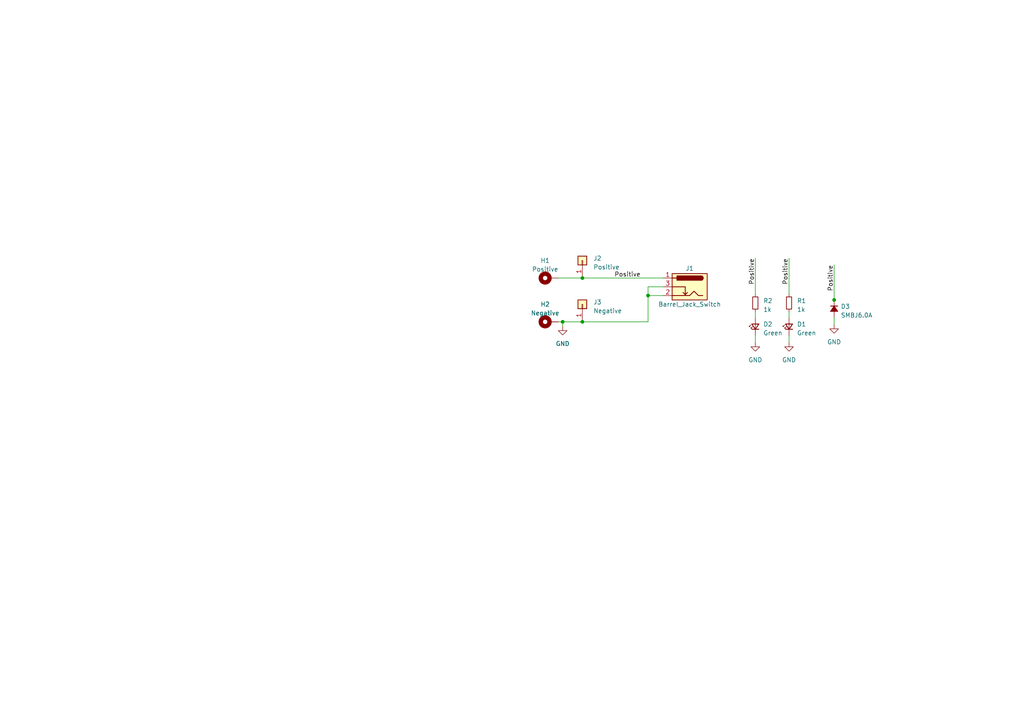
<source format=kicad_sch>
(kicad_sch (version 20231120) (generator "eeschema") (generator_version "8.0")
  (paper "A4")
  (title_block (title "Banana-to-usb adapter") (rev "2") (company "baldengineer.com"))
  (lib_symbols
    (symbol "Connector:Barrel_Jack_Switch" (pin_names hide)
      (property "Reference" "J" (at 0 5.334 0))
      (property "Value" "Barrel_Jack_Switch" (at 0 -5.08 0))
      (symbol "Barrel_Jack_Switch_0_1"
        (rectangle (start -5.08 3.81) (end 5.08 -3.81) (stroke (width 0.254)) (fill (type background)))
        (arc (start -3.302 3.175) (mid -3.9343 2.54) (end -3.302 1.905) (stroke (width 0.254)))
        (arc (start -3.302 3.175) (mid -3.9343 2.54) (end -3.302 1.905) (stroke (width 0.254)) (fill (type outline)))
        (polyline (pts (xy 1.27 -2.286) (xy 1.905 -1.651)) (stroke (width 0.254)))
        (polyline (pts (xy 5.08 2.54) (xy 3.81 2.54)) (stroke (width 0.254)))
        (polyline (pts (xy 5.08 0) (xy 1.27 0) (xy 1.27 -2.286) (xy 0.635 -1.651)) (stroke (width 0.254)))
        (polyline (pts (xy -3.81 -2.54) (xy -2.54 -2.54) (xy -1.27 -1.27) (xy 0 -2.54) (xy 2.54 -2.54) (xy 5.08 -2.54)) (stroke (width 0.254)))
        (rectangle (start 3.683 3.175) (end -3.302 1.905) (stroke (width 0.254)) (fill (type outline)))
      )
      (symbol "Barrel_Jack_Switch_1_1"
        (pin passive line (at 7.62 2.54 180) (length 2.54) (name "~") (number "1"))
        (pin passive line (at 7.62 -2.54 180) (length 2.54) (name "~") (number "2"))
        (pin passive line (at 7.62 0 180) (length 2.54) (name "~") (number "3"))
      )
    )
    (symbol "Connector_Generic:Conn_01x01" (pin_names (offset 1.016) hide)
      (property "Reference" "J" (at 0 2.54 0))
      (property "Value" "Conn_01x01" (at 0 -2.54 0))
      (symbol "Conn_01x01_1_1"
        (rectangle (start -1.27 0.127) (end 0 -0.127) (stroke (width 0.1524)))
        (rectangle (start -1.27 1.27) (end 1.27 -1.27) (stroke (width 0.254)) (fill (type background)))
        (pin passive line (at -5.08 0 0) (length 3.81) (name "Pin_1") (number "1"))
      )
    )
    (symbol "Device:D_Small_Filled" (pin_numbers hide) (pin_names (offset 0.254) hide)
      (property "Reference" "D" (at -1.27 2.032 0))
      (property "Value" "D_Small_Filled" (at -3.81 -2.032 0))
      (symbol "D_Small_Filled_0_1"
        (polyline (pts (xy -0.762 -1.016) (xy -0.762 1.016)) (stroke (width 0.254)))
        (polyline (pts (xy -0.762 0) (xy 0.762 0)))
        (polyline (pts (xy 0.762 -1.016) (xy -0.762 0) (xy 0.762 1.016) (xy 0.762 -1.016)) (stroke (width 0.254)) (fill (type outline)))
      )
      (symbol "D_Small_Filled_1_1"
        (pin passive line (at -2.54 0 0) (length 1.778) (name "K") (number "1"))
        (pin passive line (at 2.54 0 180) (length 1.778) (name "A") (number "2"))
      )
    )
    (symbol "Device:LED_Small" (pin_numbers hide) (pin_names (offset 0.254) hide)
      (property "Reference" "D" (at -1.27 3.175 0))
      (property "Value" "LED_Small" (at -4.445 -2.54 0))
      (symbol "LED_Small_0_1"
        (polyline (pts (xy -0.762 -1.016) (xy -0.762 1.016)) (stroke (width 0.254)))
        (polyline (pts (xy 1.016 0) (xy -0.762 0)))
        (polyline (pts (xy 0.762 -1.016) (xy -0.762 0) (xy 0.762 1.016) (xy 0.762 -1.016)) (stroke (width 0.254)))
        (polyline (pts (xy 0 0.762) (xy -0.508 1.27) (xy -0.254 1.27) (xy -0.508 1.27) (xy -0.508 1.016)))
        (polyline (pts (xy 0.508 1.27) (xy 0 1.778) (xy 0.254 1.778) (xy 0 1.778) (xy 0 1.524)))
      )
      (symbol "LED_Small_1_1"
        (pin passive line (at -2.54 0 0) (length 1.778) (name "K") (number "1"))
        (pin passive line (at 2.54 0 180) (length 1.778) (name "A") (number "2"))
      )
    )
    (symbol "Device:R_Small" (pin_numbers hide) (pin_names (offset 0.254) hide)
      (property "Reference" "R" (at 0.762 0.508 0))
      (property "Value" "R_Small" (at 0.762 -1.016 0))
      (symbol "R_Small_0_1"
        (rectangle (start -0.762 1.778) (end 0.762 -1.778) (stroke (width 0.2032)))
      )
      (symbol "R_Small_1_1"
        (pin passive line (at 0 2.54 270) (length 0.762) (name "~") (number "1"))
        (pin passive line (at 0 -2.54 90) (length 0.762) (name "~") (number "2"))
      )
    )
    (symbol "Mechanical:MountingHole_Pad" (pin_numbers hide) (pin_names (offset 1.016) hide)
      (property "Reference" "H" (at 0 6.35 0))
      (property "Value" "MountingHole_Pad" (at 0 4.445 0))
      (symbol "MountingHole_Pad_0_1"
        (circle (center 0 1.27) (radius 1.27) (stroke (width 1.27)))
      )
      (symbol "MountingHole_Pad_1_1"
        (pin input line (at 0 -2.54 90) (length 2.54) (name "1") (number "1"))
      )
    )
    (symbol "power:GND" (power) (pin_names (offset 0))
      (property "Value" "GND" (at 0 -3.81 0))
      (symbol "GND_0_1"
        (polyline (pts (xy 0 0) (xy 0 -1.27) (xy 1.27 -1.27) (xy 0 -2.54) (xy -1.27 -1.27) (xy 0 -1.27)))
      )
      (symbol "GND_1_1"
        (pin power_in line (at 0 0 270) (length 0) hide (name "GND") (number "1"))
      )
    )
  )
  (junction (at 241.935 86.995))
  (junction (at 168.91 93.345))
  (junction (at 187.96 85.725))
  (junction (at 163.195 93.345))
  (junction (at 168.91 80.645))
  (wire (pts (xy 161.925 93.345) (xy 163.195 93.345)))
  (wire (pts (xy 187.96 85.725) (xy 187.96 93.345)))
  (wire (pts (xy 228.854 90.424) (xy 228.854 92.202)))
  (wire (pts (xy 228.854 97.282) (xy 228.854 99.314)))
  (wire (pts (xy 241.935 76.835) (xy 241.935 86.995)))
  (wire (pts (xy 161.925 80.645) (xy 168.91 80.645)))
  (wire (pts (xy 163.195 93.345) (xy 163.195 94.615)))
  (wire (pts (xy 187.96 83.185) (xy 187.96 85.725)))
  (wire (pts (xy 163.195 93.345) (xy 168.91 93.345)))
  (wire (pts (xy 219.075 97.282) (xy 219.075 99.314)))
  (wire (pts (xy 187.96 85.725) (xy 192.405 85.725)))
  (wire (pts (xy 187.96 83.185) (xy 192.405 83.185)))
  (wire (pts (xy 241.935 86.995) (xy 241.935 87.249)))
  (wire (pts (xy 168.91 93.345) (xy 187.96 93.345)))
  (wire (pts (xy 168.91 80.645) (xy 192.405 80.645)))
  (wire (pts (xy 241.935 92.075) (xy 241.935 94.107)))
  (wire (pts (xy 228.854 74.93) (xy 228.854 85.344)))
  (wire (pts (xy 219.075 74.93) (xy 219.075 85.344)))
  (wire (pts (xy 219.075 90.424) (xy 219.075 92.202)))
  (label "Positive" (at 178.181 80.645 0) (property "Netclass" "Power" (effects (hide yes))))
  (label "Positive" (at 228.854 74.93 270) (property "Netclass" "Power" (effects (hide yes))))
  (label "Positive" (at 219.075 74.93 270) (property "Netclass" "Power" (effects (hide yes))))
  (label "Positive" (at 241.935 76.835 270) (property "Netclass" "Power" (effects (hide yes))))
  (symbol (lib_id "Mechanical:MountingHole_Pad") (at 159.385 93.345 90) (unit 1)
    (property "Reference" "H2" (at 158.115 88.265 90))
    (property "Value" "Negative" (at 158.115 90.805 90))
    (property "Footprint" "MountingHole:MountingHole_3.2mm_M3_Pad_Via" (effects (hide yes)))
  )
  (symbol (lib_id "Connector:Barrel_Jack_Switch") (at 200.025 83.185 0) (mirror y) (unit 1)
    (property "Reference" "J1" (at 200.025 77.851 0))
    (property "Value" "Barrel_Jack_Switch" (at 200.025 88.265 0))
    (property "Footprint" "Connector_BarrelJack:BarrelJack_GCT_DCJ200-10-A_Horizontal" (effects (hide yes)))
  )
  (symbol (lib_id "power:GND") (at 163.195 94.615 0) (unit 1)
    (property "Reference" "#PWR02" (effects (hide yes)))
    (property "Value" "GND" (at 163.195 99.695 0))
  )
  (symbol (lib_id "Device:LED_Small") (at 219.075 94.742 90) (unit 1)
    (property "Reference" "D2" (at 221.361 94.0435 90) (effects (justify right)))
    (property "Value" "Green" (at 221.361 96.5835 90) (effects (justify right)))
    (property "Footprint" "LED_SMD:LED_1206_3216Metric_Pad1.42x1.75mm_HandSolder" (effects (hide yes)))
  )
  (symbol (lib_id "power:GND") (at 228.854 99.314 0) (unit 1)
    (property "Reference" "#PWR03" (effects (hide yes)))
    (property "Value" "GND" (at 228.854 104.394 0))
  )
  (symbol (lib_id "power:GND") (at 219.075 99.314 0) (unit 1)
    (property "Reference" "#PWR05" (effects (hide yes)))
    (property "Value" "GND" (at 219.075 104.394 0))
  )
  (symbol (lib_id "Connector_Generic:Conn_01x01") (at 168.91 88.265 90) (unit 1)
    (property "Reference" "J3" (at 172.085 87.63 90) (effects (justify right)))
    (property "Value" "Negative" (at 172.085 90.17 90) (effects (justify right)))
    (property "Footprint" "Connector_PinHeader_2.54mm:PinHeader_1x01_P2.54mm_Vertical" (effects (hide yes)))
  )
  (symbol (lib_id "Device:D_Small_Filled") (at 241.935 89.535 270) (unit 1)
    (property "Reference" "D3" (at 243.84 88.9 90) (effects (justify left)))
    (property "Value" "SMBJ6.0A" (at 243.84 91.44 90) (effects (justify left)))
    (property "Footprint" "Diode_SMD:D_SMA-SMB_Universal_Handsoldering" (effects (hide yes)))
    (property "Datasheet" "https://www.farnell.com/datasheets/1874873.pdf" (effects (hide yes)))
    (property "Sim.Device" "D" (effects (hide yes)))
    (property "Sim.Pins" "1=K 2=A" (effects (hide yes)))
  )
  (symbol (lib_id "power:GND") (at 241.935 94.107 0) (unit 1)
    (property "Reference" "#PWR04" (effects (hide yes)))
    (property "Value" "GND" (at 241.935 99.187 0))
  )
  (symbol (lib_id "Device:R_Small") (at 219.075 87.884 0) (unit 1)
    (property "Reference" "R2" (at 221.361 87.249 0) (effects (justify left)))
    (property "Value" "1k" (at 221.361 89.789 0) (effects (justify left)))
    (property "Footprint" "Resistor_SMD:R_1206_3216Metric_Pad1.30x1.75mm_HandSolder" (effects (hide yes)))
  )
  (symbol (lib_id "Device:R_Small") (at 228.854 87.884 0) (unit 1)
    (property "Reference" "R1" (at 231.14 87.249 0) (effects (justify left)))
    (property "Value" "1k" (at 231.14 89.789 0) (effects (justify left)))
    (property "Footprint" "Resistor_SMD:R_1206_3216Metric_Pad1.30x1.75mm_HandSolder" (effects (hide yes)))
  )
  (symbol (lib_id "Mechanical:MountingHole_Pad") (at 159.385 80.645 90) (unit 1)
    (property "Reference" "H1" (at 158.115 75.565 90))
    (property "Value" "Positive" (at 158.115 78.105 90))
    (property "Footprint" "MountingHole:MountingHole_3.2mm_M3_Pad_Via" (effects (hide yes)))
  )
  (symbol (lib_id "Device:LED_Small") (at 228.854 94.742 90) (unit 1)
    (property "Reference" "D1" (at 231.14 94.0435 90) (effects (justify right)))
    (property "Value" "Green" (at 231.14 96.5835 90) (effects (justify right)))
    (property "Footprint" "LED_SMD:LED_1206_3216Metric_Pad1.42x1.75mm_HandSolder" (effects (hide yes)))
  )
  (symbol (lib_id "Connector_Generic:Conn_01x01") (at 168.91 75.565 90) (unit 1)
    (property "Reference" "J2" (at 172.085 74.93 90) (effects (justify right)))
    (property "Value" "Positive" (at 172.085 77.47 90) (effects (justify right)))
    (property "Footprint" "Connector_PinHeader_2.54mm:PinHeader_1x01_P2.54mm_Vertical" (effects (hide yes)))
  )
)
</source>
